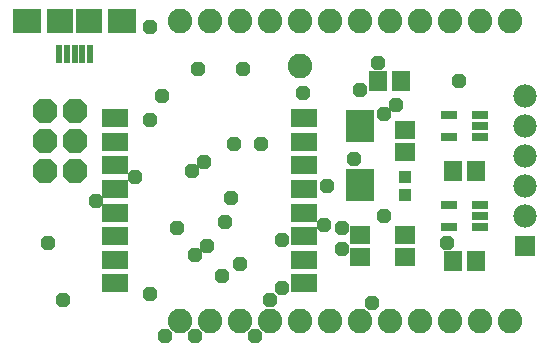
<source format=gbs>
G75*
G70*
%OFA0B0*%
%FSLAX24Y24*%
%IPPOS*%
%LPD*%
%AMOC8*
5,1,8,0,0,1.08239X$1,22.5*
%
%ADD10R,0.0552X0.0297*%
%ADD11R,0.0592X0.0671*%
%ADD12R,0.0946X0.1104*%
%ADD13R,0.0710X0.0592*%
%ADD14R,0.0395X0.0395*%
%ADD15R,0.0671X0.0592*%
%ADD16R,0.0237X0.0631*%
%ADD17R,0.0867X0.0828*%
%ADD18R,0.0946X0.0828*%
%ADD19R,0.0867X0.0592*%
%ADD20OC8,0.0820*%
%ADD21C,0.0820*%
%ADD22R,0.0674X0.0674*%
%ADD23C,0.0780*%
%ADD24OC8,0.0480*%
D10*
X015168Y004806D03*
X015168Y005554D03*
X016192Y005554D03*
X016192Y005180D03*
X016192Y004806D03*
X016192Y007806D03*
X016192Y008180D03*
X016192Y008554D03*
X015168Y008554D03*
X015168Y007806D03*
D11*
X015306Y006680D03*
X016054Y006680D03*
X016054Y003680D03*
X015306Y003680D03*
X013554Y009680D03*
X012806Y009680D03*
D12*
X012180Y008164D03*
X012180Y006196D03*
D13*
X013680Y007306D03*
X013680Y008054D03*
X012180Y004554D03*
X012180Y003806D03*
D14*
X013680Y005885D03*
X013680Y006475D03*
D15*
X013680Y004554D03*
X013680Y003806D03*
D16*
X003192Y010558D03*
X002936Y010558D03*
X002680Y010558D03*
X002424Y010558D03*
X002168Y010558D03*
D17*
X002188Y011680D03*
X003172Y011680D03*
D18*
X004255Y011680D03*
X001105Y011680D03*
D19*
X004030Y008436D03*
X004030Y007649D03*
X004030Y006861D03*
X004030Y006074D03*
X004030Y005286D03*
X004030Y004499D03*
X004030Y003711D03*
X004030Y002924D03*
X010330Y002924D03*
X010330Y003711D03*
X010330Y004499D03*
X010330Y005286D03*
X010330Y006074D03*
X010330Y006861D03*
X010330Y007649D03*
X010330Y008436D03*
D20*
X002680Y008680D03*
X001680Y008680D03*
X001680Y007680D03*
X002680Y007680D03*
X002680Y006680D03*
X001680Y006680D03*
D21*
X006180Y001680D03*
X007180Y001680D03*
X008180Y001680D03*
X009180Y001680D03*
X010180Y001680D03*
X011180Y001680D03*
X012180Y001680D03*
X013180Y001680D03*
X014180Y001680D03*
X015180Y001680D03*
X016180Y001680D03*
X017180Y001680D03*
X010180Y010180D03*
X010180Y011680D03*
X009180Y011680D03*
X008180Y011680D03*
X007180Y011680D03*
X006180Y011680D03*
X011180Y011680D03*
X012180Y011680D03*
X013180Y011680D03*
X014180Y011680D03*
X015180Y011680D03*
X016180Y011680D03*
X017180Y011680D03*
D22*
X017680Y004180D03*
D23*
X017680Y005180D03*
X017680Y006180D03*
X017680Y007180D03*
X017680Y008180D03*
X017680Y009180D03*
D24*
X002280Y002380D03*
X001780Y004280D03*
X003380Y005680D03*
X004680Y006480D03*
X006580Y006680D03*
X006980Y006980D03*
X007980Y007580D03*
X008880Y007580D03*
X010280Y009280D03*
X012180Y009380D03*
X012980Y008580D03*
X013380Y008880D03*
X012780Y010280D03*
X015480Y009680D03*
X011980Y007080D03*
X011080Y006180D03*
X010980Y004880D03*
X011580Y004780D03*
X011580Y004080D03*
X012980Y005180D03*
X015080Y004280D03*
X012580Y002280D03*
X009580Y002780D03*
X009180Y002380D03*
X008680Y001180D03*
X006680Y001180D03*
X005680Y001180D03*
X005180Y002580D03*
X006680Y003880D03*
X007080Y004180D03*
X006080Y004780D03*
X007680Y004980D03*
X007880Y005780D03*
X009580Y004380D03*
X008180Y003580D03*
X007580Y003180D03*
X005180Y008380D03*
X005580Y009180D03*
X006780Y010080D03*
X008280Y010080D03*
X005180Y011480D03*
M02*

</source>
